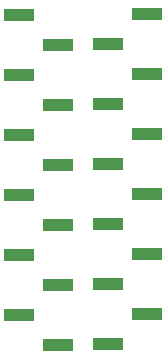
<source format=gbr>
%TF.GenerationSoftware,KiCad,Pcbnew,(5.99.0-7356-g63088e8bdb)*%
%TF.CreationDate,2021-07-04T12:00:28+08:00*%
%TF.ProjectId,DualPowerOctalTransceiver,4475616c-506f-4776-9572-4f6374616c54,rev?*%
%TF.SameCoordinates,Original*%
%TF.FileFunction,Soldermask,Bot*%
%TF.FilePolarity,Negative*%
%FSLAX46Y46*%
G04 Gerber Fmt 4.6, Leading zero omitted, Abs format (unit mm)*
G04 Created by KiCad (PCBNEW (5.99.0-7356-g63088e8bdb)) date 2021-07-04 12:00:28*
%MOMM*%
%LPD*%
G01*
G04 APERTURE LIST*
%ADD10R,2.510000X1.000000*%
G04 APERTURE END LIST*
D10*
%TO.C,J2*%
X120705000Y-53000000D03*
X117395000Y-55540000D03*
X120705000Y-58080000D03*
X117395000Y-60620000D03*
X120705000Y-63160000D03*
X117395000Y-65700000D03*
X120705000Y-68240000D03*
X117395000Y-70780000D03*
X120705000Y-73320000D03*
X117395000Y-75860000D03*
X120705000Y-78400000D03*
X117395000Y-80940000D03*
%TD*%
%TO.C,J1*%
X109845000Y-53030000D03*
X113155000Y-55570000D03*
X109845000Y-58110000D03*
X113155000Y-60650000D03*
X109845000Y-63190000D03*
X113155000Y-65730000D03*
X109845000Y-68270000D03*
X113155000Y-70810000D03*
X109845000Y-73350000D03*
X113155000Y-75890000D03*
X109845000Y-78430000D03*
X113155000Y-80970000D03*
%TD*%
M02*

</source>
